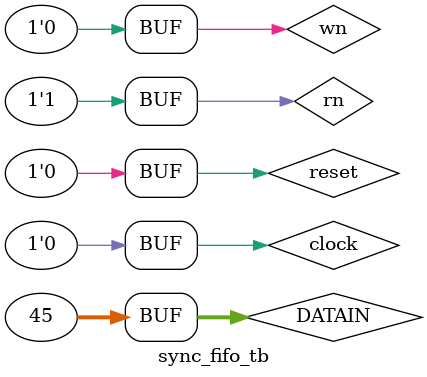
<source format=v>
module sync_fifo_tb;
  wire [31:0] DATAOUT;
  wire full, empty;
  reg clock, reset, wn, rn;
  reg [31:0] DATAIN; 
  sync_fifo dut(DATAOUT, full, empty, clock, reset, wn, rn, DATAIN);
  initial begin 
    $dumpfile("fifo_wave.vcd"); $dumpvars;
  end
  initial
  begin
    clock = 0; DATAIN = 8'd0;
    reset = 1; clock = 1; #5 ; clock = 0; #5;
    reset = 0;
    wn = 1; rn = 0;
    DATAIN = 8'd10;
    clock = 1; #5 ; clock = 0; #5;
    DATAIN = 8'd15;
    clock = 1; #5 ; clock = 0; #5;
    DATAIN = 8'd20;
    clock = 1; #5 ; clock = 0; #5;
    DATAIN = 8'd30;
    clock = 1; #5 ; clock = 0; #5;
    DATAIN = 8'd35;
    clock = 1; #5 ; clock = 0; #5;
    DATAIN = 8'd40;
    clock = 1; #5 ; clock = 0; #5;
    DATAIN = 8'd45;
    clock = 1; #5 ; clock = 0; #5;
    wn = 0; rn = 1;
    clock = 1; #5 ; clock = 0; #5;
    clock = 1; #5 ; clock = 0; #5;
    clock = 1; #5 ; clock = 0; #5;
    clock = 1; #5 ; clock = 0; #5;
    clock = 1; #5 ; clock = 0; #5;
    clock = 1; #5 ; clock = 0; #5;
    clock = 1; #5 ; clock = 0; #5;
    clock = 1; #5 ; clock = 0; #5;
  end
endmodule

</source>
